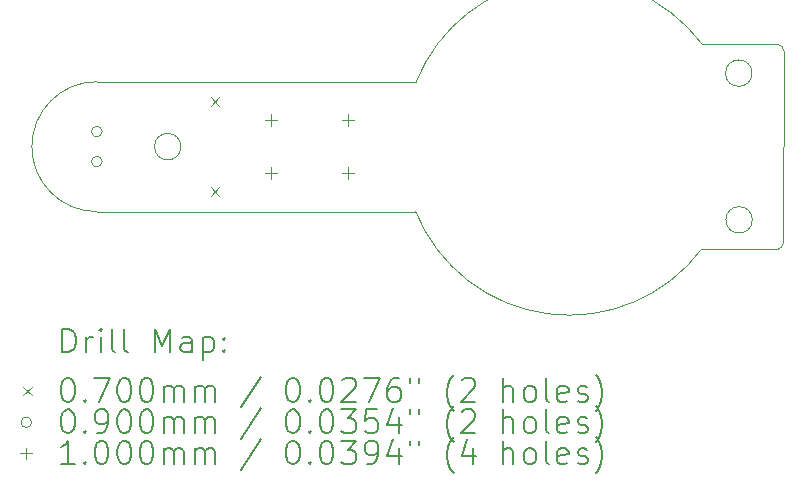
<source format=gbr>
%TF.GenerationSoftware,KiCad,Pcbnew,8.0.4*%
%TF.CreationDate,2025-01-27T11:44:49+05:30*%
%TF.ProjectId,Flash_light,466c6173-685f-46c6-9967-68742e6b6963,1*%
%TF.SameCoordinates,Original*%
%TF.FileFunction,Drillmap*%
%TF.FilePolarity,Positive*%
%FSLAX45Y45*%
G04 Gerber Fmt 4.5, Leading zero omitted, Abs format (unit mm)*
G04 Created by KiCad (PCBNEW 8.0.4) date 2025-01-27 11:44:49*
%MOMM*%
%LPD*%
G01*
G04 APERTURE LIST*
%ADD10C,0.050000*%
%ADD11C,0.200000*%
%ADD12C,0.100000*%
G04 APERTURE END LIST*
D10*
X16613187Y-17142337D02*
G75*
G02*
X16566000Y-17192000I-52188J2337D01*
G01*
X16558000Y-15459000D02*
G75*
G02*
X16620027Y-15518104I2000J-60000D01*
G01*
X15925606Y-15458796D02*
X16558000Y-15459000D01*
X13504000Y-15775000D02*
G75*
G02*
X15925606Y-15458796I1300000J-525000D01*
G01*
X10800000Y-15775000D02*
X13504000Y-15775000D01*
X16613187Y-17142337D02*
X16620027Y-15518104D01*
X15921606Y-17191204D02*
X16566000Y-17192000D01*
X15921606Y-17191204D02*
G75*
G02*
X13500000Y-16875000I-1121606J841204D01*
G01*
X10800000Y-16875000D02*
X13500000Y-16875000D01*
X10800000Y-16875000D02*
G75*
G02*
X10800000Y-15775000I0J550000D01*
G01*
X16346803Y-15703000D02*
G75*
G02*
X16123197Y-15703000I-111803J0D01*
G01*
X16123197Y-15703000D02*
G75*
G02*
X16346803Y-15703000I111803J0D01*
G01*
X16350000Y-16945000D02*
G75*
G02*
X16126393Y-16945000I-111803J0D01*
G01*
X16126393Y-16945000D02*
G75*
G02*
X16350000Y-16945000I111803J0D01*
G01*
X11511803Y-16325000D02*
G75*
G02*
X11288197Y-16325000I-111803J0D01*
G01*
X11288197Y-16325000D02*
G75*
G02*
X11511803Y-16325000I111803J0D01*
G01*
D11*
D12*
X11765000Y-15909000D02*
X11835000Y-15979000D01*
X11835000Y-15909000D02*
X11765000Y-15979000D01*
X11765000Y-16671000D02*
X11835000Y-16741000D01*
X11835000Y-16671000D02*
X11765000Y-16741000D01*
X10845000Y-16197500D02*
G75*
G02*
X10755000Y-16197500I-45000J0D01*
G01*
X10755000Y-16197500D02*
G75*
G02*
X10845000Y-16197500I45000J0D01*
G01*
X10845000Y-16451500D02*
G75*
G02*
X10755000Y-16451500I-45000J0D01*
G01*
X10755000Y-16451500D02*
G75*
G02*
X10845000Y-16451500I45000J0D01*
G01*
X12275000Y-16050000D02*
X12275000Y-16150000D01*
X12225000Y-16100000D02*
X12325000Y-16100000D01*
X12275000Y-16500000D02*
X12275000Y-16600000D01*
X12225000Y-16550000D02*
X12325000Y-16550000D01*
X12925000Y-16050000D02*
X12925000Y-16150000D01*
X12875000Y-16100000D02*
X12975000Y-16100000D01*
X12925000Y-16500000D02*
X12925000Y-16600000D01*
X12875000Y-16550000D02*
X12975000Y-16550000D01*
D11*
X10508277Y-18065991D02*
X10508277Y-17865991D01*
X10508277Y-17865991D02*
X10555896Y-17865991D01*
X10555896Y-17865991D02*
X10584467Y-17875515D01*
X10584467Y-17875515D02*
X10603515Y-17894563D01*
X10603515Y-17894563D02*
X10613039Y-17913610D01*
X10613039Y-17913610D02*
X10622563Y-17951705D01*
X10622563Y-17951705D02*
X10622563Y-17980277D01*
X10622563Y-17980277D02*
X10613039Y-18018372D01*
X10613039Y-18018372D02*
X10603515Y-18037420D01*
X10603515Y-18037420D02*
X10584467Y-18056467D01*
X10584467Y-18056467D02*
X10555896Y-18065991D01*
X10555896Y-18065991D02*
X10508277Y-18065991D01*
X10708277Y-18065991D02*
X10708277Y-17932658D01*
X10708277Y-17970753D02*
X10717801Y-17951705D01*
X10717801Y-17951705D02*
X10727324Y-17942182D01*
X10727324Y-17942182D02*
X10746372Y-17932658D01*
X10746372Y-17932658D02*
X10765420Y-17932658D01*
X10832086Y-18065991D02*
X10832086Y-17932658D01*
X10832086Y-17865991D02*
X10822563Y-17875515D01*
X10822563Y-17875515D02*
X10832086Y-17885039D01*
X10832086Y-17885039D02*
X10841610Y-17875515D01*
X10841610Y-17875515D02*
X10832086Y-17865991D01*
X10832086Y-17865991D02*
X10832086Y-17885039D01*
X10955896Y-18065991D02*
X10936848Y-18056467D01*
X10936848Y-18056467D02*
X10927324Y-18037420D01*
X10927324Y-18037420D02*
X10927324Y-17865991D01*
X11060658Y-18065991D02*
X11041610Y-18056467D01*
X11041610Y-18056467D02*
X11032086Y-18037420D01*
X11032086Y-18037420D02*
X11032086Y-17865991D01*
X11289229Y-18065991D02*
X11289229Y-17865991D01*
X11289229Y-17865991D02*
X11355896Y-18008848D01*
X11355896Y-18008848D02*
X11422562Y-17865991D01*
X11422562Y-17865991D02*
X11422562Y-18065991D01*
X11603515Y-18065991D02*
X11603515Y-17961229D01*
X11603515Y-17961229D02*
X11593991Y-17942182D01*
X11593991Y-17942182D02*
X11574943Y-17932658D01*
X11574943Y-17932658D02*
X11536848Y-17932658D01*
X11536848Y-17932658D02*
X11517801Y-17942182D01*
X11603515Y-18056467D02*
X11584467Y-18065991D01*
X11584467Y-18065991D02*
X11536848Y-18065991D01*
X11536848Y-18065991D02*
X11517801Y-18056467D01*
X11517801Y-18056467D02*
X11508277Y-18037420D01*
X11508277Y-18037420D02*
X11508277Y-18018372D01*
X11508277Y-18018372D02*
X11517801Y-17999325D01*
X11517801Y-17999325D02*
X11536848Y-17989801D01*
X11536848Y-17989801D02*
X11584467Y-17989801D01*
X11584467Y-17989801D02*
X11603515Y-17980277D01*
X11698753Y-17932658D02*
X11698753Y-18132658D01*
X11698753Y-17942182D02*
X11717801Y-17932658D01*
X11717801Y-17932658D02*
X11755896Y-17932658D01*
X11755896Y-17932658D02*
X11774943Y-17942182D01*
X11774943Y-17942182D02*
X11784467Y-17951705D01*
X11784467Y-17951705D02*
X11793991Y-17970753D01*
X11793991Y-17970753D02*
X11793991Y-18027896D01*
X11793991Y-18027896D02*
X11784467Y-18046944D01*
X11784467Y-18046944D02*
X11774943Y-18056467D01*
X11774943Y-18056467D02*
X11755896Y-18065991D01*
X11755896Y-18065991D02*
X11717801Y-18065991D01*
X11717801Y-18065991D02*
X11698753Y-18056467D01*
X11879705Y-18046944D02*
X11889229Y-18056467D01*
X11889229Y-18056467D02*
X11879705Y-18065991D01*
X11879705Y-18065991D02*
X11870182Y-18056467D01*
X11870182Y-18056467D02*
X11879705Y-18046944D01*
X11879705Y-18046944D02*
X11879705Y-18065991D01*
X11879705Y-17942182D02*
X11889229Y-17951705D01*
X11889229Y-17951705D02*
X11879705Y-17961229D01*
X11879705Y-17961229D02*
X11870182Y-17951705D01*
X11870182Y-17951705D02*
X11879705Y-17942182D01*
X11879705Y-17942182D02*
X11879705Y-17961229D01*
D12*
X10177500Y-18359507D02*
X10247500Y-18429507D01*
X10247500Y-18359507D02*
X10177500Y-18429507D01*
D11*
X10546372Y-18285991D02*
X10565420Y-18285991D01*
X10565420Y-18285991D02*
X10584467Y-18295515D01*
X10584467Y-18295515D02*
X10593991Y-18305039D01*
X10593991Y-18305039D02*
X10603515Y-18324086D01*
X10603515Y-18324086D02*
X10613039Y-18362182D01*
X10613039Y-18362182D02*
X10613039Y-18409801D01*
X10613039Y-18409801D02*
X10603515Y-18447896D01*
X10603515Y-18447896D02*
X10593991Y-18466944D01*
X10593991Y-18466944D02*
X10584467Y-18476467D01*
X10584467Y-18476467D02*
X10565420Y-18485991D01*
X10565420Y-18485991D02*
X10546372Y-18485991D01*
X10546372Y-18485991D02*
X10527324Y-18476467D01*
X10527324Y-18476467D02*
X10517801Y-18466944D01*
X10517801Y-18466944D02*
X10508277Y-18447896D01*
X10508277Y-18447896D02*
X10498753Y-18409801D01*
X10498753Y-18409801D02*
X10498753Y-18362182D01*
X10498753Y-18362182D02*
X10508277Y-18324086D01*
X10508277Y-18324086D02*
X10517801Y-18305039D01*
X10517801Y-18305039D02*
X10527324Y-18295515D01*
X10527324Y-18295515D02*
X10546372Y-18285991D01*
X10698753Y-18466944D02*
X10708277Y-18476467D01*
X10708277Y-18476467D02*
X10698753Y-18485991D01*
X10698753Y-18485991D02*
X10689229Y-18476467D01*
X10689229Y-18476467D02*
X10698753Y-18466944D01*
X10698753Y-18466944D02*
X10698753Y-18485991D01*
X10774944Y-18285991D02*
X10908277Y-18285991D01*
X10908277Y-18285991D02*
X10822563Y-18485991D01*
X11022563Y-18285991D02*
X11041610Y-18285991D01*
X11041610Y-18285991D02*
X11060658Y-18295515D01*
X11060658Y-18295515D02*
X11070182Y-18305039D01*
X11070182Y-18305039D02*
X11079705Y-18324086D01*
X11079705Y-18324086D02*
X11089229Y-18362182D01*
X11089229Y-18362182D02*
X11089229Y-18409801D01*
X11089229Y-18409801D02*
X11079705Y-18447896D01*
X11079705Y-18447896D02*
X11070182Y-18466944D01*
X11070182Y-18466944D02*
X11060658Y-18476467D01*
X11060658Y-18476467D02*
X11041610Y-18485991D01*
X11041610Y-18485991D02*
X11022563Y-18485991D01*
X11022563Y-18485991D02*
X11003515Y-18476467D01*
X11003515Y-18476467D02*
X10993991Y-18466944D01*
X10993991Y-18466944D02*
X10984467Y-18447896D01*
X10984467Y-18447896D02*
X10974944Y-18409801D01*
X10974944Y-18409801D02*
X10974944Y-18362182D01*
X10974944Y-18362182D02*
X10984467Y-18324086D01*
X10984467Y-18324086D02*
X10993991Y-18305039D01*
X10993991Y-18305039D02*
X11003515Y-18295515D01*
X11003515Y-18295515D02*
X11022563Y-18285991D01*
X11213039Y-18285991D02*
X11232086Y-18285991D01*
X11232086Y-18285991D02*
X11251134Y-18295515D01*
X11251134Y-18295515D02*
X11260658Y-18305039D01*
X11260658Y-18305039D02*
X11270182Y-18324086D01*
X11270182Y-18324086D02*
X11279705Y-18362182D01*
X11279705Y-18362182D02*
X11279705Y-18409801D01*
X11279705Y-18409801D02*
X11270182Y-18447896D01*
X11270182Y-18447896D02*
X11260658Y-18466944D01*
X11260658Y-18466944D02*
X11251134Y-18476467D01*
X11251134Y-18476467D02*
X11232086Y-18485991D01*
X11232086Y-18485991D02*
X11213039Y-18485991D01*
X11213039Y-18485991D02*
X11193991Y-18476467D01*
X11193991Y-18476467D02*
X11184467Y-18466944D01*
X11184467Y-18466944D02*
X11174944Y-18447896D01*
X11174944Y-18447896D02*
X11165420Y-18409801D01*
X11165420Y-18409801D02*
X11165420Y-18362182D01*
X11165420Y-18362182D02*
X11174944Y-18324086D01*
X11174944Y-18324086D02*
X11184467Y-18305039D01*
X11184467Y-18305039D02*
X11193991Y-18295515D01*
X11193991Y-18295515D02*
X11213039Y-18285991D01*
X11365420Y-18485991D02*
X11365420Y-18352658D01*
X11365420Y-18371705D02*
X11374943Y-18362182D01*
X11374943Y-18362182D02*
X11393991Y-18352658D01*
X11393991Y-18352658D02*
X11422563Y-18352658D01*
X11422563Y-18352658D02*
X11441610Y-18362182D01*
X11441610Y-18362182D02*
X11451134Y-18381229D01*
X11451134Y-18381229D02*
X11451134Y-18485991D01*
X11451134Y-18381229D02*
X11460658Y-18362182D01*
X11460658Y-18362182D02*
X11479705Y-18352658D01*
X11479705Y-18352658D02*
X11508277Y-18352658D01*
X11508277Y-18352658D02*
X11527324Y-18362182D01*
X11527324Y-18362182D02*
X11536848Y-18381229D01*
X11536848Y-18381229D02*
X11536848Y-18485991D01*
X11632086Y-18485991D02*
X11632086Y-18352658D01*
X11632086Y-18371705D02*
X11641610Y-18362182D01*
X11641610Y-18362182D02*
X11660658Y-18352658D01*
X11660658Y-18352658D02*
X11689229Y-18352658D01*
X11689229Y-18352658D02*
X11708277Y-18362182D01*
X11708277Y-18362182D02*
X11717801Y-18381229D01*
X11717801Y-18381229D02*
X11717801Y-18485991D01*
X11717801Y-18381229D02*
X11727324Y-18362182D01*
X11727324Y-18362182D02*
X11746372Y-18352658D01*
X11746372Y-18352658D02*
X11774943Y-18352658D01*
X11774943Y-18352658D02*
X11793991Y-18362182D01*
X11793991Y-18362182D02*
X11803515Y-18381229D01*
X11803515Y-18381229D02*
X11803515Y-18485991D01*
X12193991Y-18276467D02*
X12022563Y-18533610D01*
X12451134Y-18285991D02*
X12470182Y-18285991D01*
X12470182Y-18285991D02*
X12489229Y-18295515D01*
X12489229Y-18295515D02*
X12498753Y-18305039D01*
X12498753Y-18305039D02*
X12508277Y-18324086D01*
X12508277Y-18324086D02*
X12517801Y-18362182D01*
X12517801Y-18362182D02*
X12517801Y-18409801D01*
X12517801Y-18409801D02*
X12508277Y-18447896D01*
X12508277Y-18447896D02*
X12498753Y-18466944D01*
X12498753Y-18466944D02*
X12489229Y-18476467D01*
X12489229Y-18476467D02*
X12470182Y-18485991D01*
X12470182Y-18485991D02*
X12451134Y-18485991D01*
X12451134Y-18485991D02*
X12432086Y-18476467D01*
X12432086Y-18476467D02*
X12422563Y-18466944D01*
X12422563Y-18466944D02*
X12413039Y-18447896D01*
X12413039Y-18447896D02*
X12403515Y-18409801D01*
X12403515Y-18409801D02*
X12403515Y-18362182D01*
X12403515Y-18362182D02*
X12413039Y-18324086D01*
X12413039Y-18324086D02*
X12422563Y-18305039D01*
X12422563Y-18305039D02*
X12432086Y-18295515D01*
X12432086Y-18295515D02*
X12451134Y-18285991D01*
X12603515Y-18466944D02*
X12613039Y-18476467D01*
X12613039Y-18476467D02*
X12603515Y-18485991D01*
X12603515Y-18485991D02*
X12593991Y-18476467D01*
X12593991Y-18476467D02*
X12603515Y-18466944D01*
X12603515Y-18466944D02*
X12603515Y-18485991D01*
X12736848Y-18285991D02*
X12755896Y-18285991D01*
X12755896Y-18285991D02*
X12774944Y-18295515D01*
X12774944Y-18295515D02*
X12784467Y-18305039D01*
X12784467Y-18305039D02*
X12793991Y-18324086D01*
X12793991Y-18324086D02*
X12803515Y-18362182D01*
X12803515Y-18362182D02*
X12803515Y-18409801D01*
X12803515Y-18409801D02*
X12793991Y-18447896D01*
X12793991Y-18447896D02*
X12784467Y-18466944D01*
X12784467Y-18466944D02*
X12774944Y-18476467D01*
X12774944Y-18476467D02*
X12755896Y-18485991D01*
X12755896Y-18485991D02*
X12736848Y-18485991D01*
X12736848Y-18485991D02*
X12717801Y-18476467D01*
X12717801Y-18476467D02*
X12708277Y-18466944D01*
X12708277Y-18466944D02*
X12698753Y-18447896D01*
X12698753Y-18447896D02*
X12689229Y-18409801D01*
X12689229Y-18409801D02*
X12689229Y-18362182D01*
X12689229Y-18362182D02*
X12698753Y-18324086D01*
X12698753Y-18324086D02*
X12708277Y-18305039D01*
X12708277Y-18305039D02*
X12717801Y-18295515D01*
X12717801Y-18295515D02*
X12736848Y-18285991D01*
X12879706Y-18305039D02*
X12889229Y-18295515D01*
X12889229Y-18295515D02*
X12908277Y-18285991D01*
X12908277Y-18285991D02*
X12955896Y-18285991D01*
X12955896Y-18285991D02*
X12974944Y-18295515D01*
X12974944Y-18295515D02*
X12984467Y-18305039D01*
X12984467Y-18305039D02*
X12993991Y-18324086D01*
X12993991Y-18324086D02*
X12993991Y-18343134D01*
X12993991Y-18343134D02*
X12984467Y-18371705D01*
X12984467Y-18371705D02*
X12870182Y-18485991D01*
X12870182Y-18485991D02*
X12993991Y-18485991D01*
X13060658Y-18285991D02*
X13193991Y-18285991D01*
X13193991Y-18285991D02*
X13108277Y-18485991D01*
X13355896Y-18285991D02*
X13317801Y-18285991D01*
X13317801Y-18285991D02*
X13298753Y-18295515D01*
X13298753Y-18295515D02*
X13289229Y-18305039D01*
X13289229Y-18305039D02*
X13270182Y-18333610D01*
X13270182Y-18333610D02*
X13260658Y-18371705D01*
X13260658Y-18371705D02*
X13260658Y-18447896D01*
X13260658Y-18447896D02*
X13270182Y-18466944D01*
X13270182Y-18466944D02*
X13279706Y-18476467D01*
X13279706Y-18476467D02*
X13298753Y-18485991D01*
X13298753Y-18485991D02*
X13336848Y-18485991D01*
X13336848Y-18485991D02*
X13355896Y-18476467D01*
X13355896Y-18476467D02*
X13365420Y-18466944D01*
X13365420Y-18466944D02*
X13374944Y-18447896D01*
X13374944Y-18447896D02*
X13374944Y-18400277D01*
X13374944Y-18400277D02*
X13365420Y-18381229D01*
X13365420Y-18381229D02*
X13355896Y-18371705D01*
X13355896Y-18371705D02*
X13336848Y-18362182D01*
X13336848Y-18362182D02*
X13298753Y-18362182D01*
X13298753Y-18362182D02*
X13279706Y-18371705D01*
X13279706Y-18371705D02*
X13270182Y-18381229D01*
X13270182Y-18381229D02*
X13260658Y-18400277D01*
X13451134Y-18285991D02*
X13451134Y-18324086D01*
X13527325Y-18285991D02*
X13527325Y-18324086D01*
X13822563Y-18562182D02*
X13813039Y-18552658D01*
X13813039Y-18552658D02*
X13793991Y-18524086D01*
X13793991Y-18524086D02*
X13784468Y-18505039D01*
X13784468Y-18505039D02*
X13774944Y-18476467D01*
X13774944Y-18476467D02*
X13765420Y-18428848D01*
X13765420Y-18428848D02*
X13765420Y-18390753D01*
X13765420Y-18390753D02*
X13774944Y-18343134D01*
X13774944Y-18343134D02*
X13784468Y-18314563D01*
X13784468Y-18314563D02*
X13793991Y-18295515D01*
X13793991Y-18295515D02*
X13813039Y-18266944D01*
X13813039Y-18266944D02*
X13822563Y-18257420D01*
X13889229Y-18305039D02*
X13898753Y-18295515D01*
X13898753Y-18295515D02*
X13917801Y-18285991D01*
X13917801Y-18285991D02*
X13965420Y-18285991D01*
X13965420Y-18285991D02*
X13984468Y-18295515D01*
X13984468Y-18295515D02*
X13993991Y-18305039D01*
X13993991Y-18305039D02*
X14003515Y-18324086D01*
X14003515Y-18324086D02*
X14003515Y-18343134D01*
X14003515Y-18343134D02*
X13993991Y-18371705D01*
X13993991Y-18371705D02*
X13879706Y-18485991D01*
X13879706Y-18485991D02*
X14003515Y-18485991D01*
X14241610Y-18485991D02*
X14241610Y-18285991D01*
X14327325Y-18485991D02*
X14327325Y-18381229D01*
X14327325Y-18381229D02*
X14317801Y-18362182D01*
X14317801Y-18362182D02*
X14298753Y-18352658D01*
X14298753Y-18352658D02*
X14270182Y-18352658D01*
X14270182Y-18352658D02*
X14251134Y-18362182D01*
X14251134Y-18362182D02*
X14241610Y-18371705D01*
X14451134Y-18485991D02*
X14432087Y-18476467D01*
X14432087Y-18476467D02*
X14422563Y-18466944D01*
X14422563Y-18466944D02*
X14413039Y-18447896D01*
X14413039Y-18447896D02*
X14413039Y-18390753D01*
X14413039Y-18390753D02*
X14422563Y-18371705D01*
X14422563Y-18371705D02*
X14432087Y-18362182D01*
X14432087Y-18362182D02*
X14451134Y-18352658D01*
X14451134Y-18352658D02*
X14479706Y-18352658D01*
X14479706Y-18352658D02*
X14498753Y-18362182D01*
X14498753Y-18362182D02*
X14508277Y-18371705D01*
X14508277Y-18371705D02*
X14517801Y-18390753D01*
X14517801Y-18390753D02*
X14517801Y-18447896D01*
X14517801Y-18447896D02*
X14508277Y-18466944D01*
X14508277Y-18466944D02*
X14498753Y-18476467D01*
X14498753Y-18476467D02*
X14479706Y-18485991D01*
X14479706Y-18485991D02*
X14451134Y-18485991D01*
X14632087Y-18485991D02*
X14613039Y-18476467D01*
X14613039Y-18476467D02*
X14603515Y-18457420D01*
X14603515Y-18457420D02*
X14603515Y-18285991D01*
X14784468Y-18476467D02*
X14765420Y-18485991D01*
X14765420Y-18485991D02*
X14727325Y-18485991D01*
X14727325Y-18485991D02*
X14708277Y-18476467D01*
X14708277Y-18476467D02*
X14698753Y-18457420D01*
X14698753Y-18457420D02*
X14698753Y-18381229D01*
X14698753Y-18381229D02*
X14708277Y-18362182D01*
X14708277Y-18362182D02*
X14727325Y-18352658D01*
X14727325Y-18352658D02*
X14765420Y-18352658D01*
X14765420Y-18352658D02*
X14784468Y-18362182D01*
X14784468Y-18362182D02*
X14793991Y-18381229D01*
X14793991Y-18381229D02*
X14793991Y-18400277D01*
X14793991Y-18400277D02*
X14698753Y-18419325D01*
X14870182Y-18476467D02*
X14889230Y-18485991D01*
X14889230Y-18485991D02*
X14927325Y-18485991D01*
X14927325Y-18485991D02*
X14946372Y-18476467D01*
X14946372Y-18476467D02*
X14955896Y-18457420D01*
X14955896Y-18457420D02*
X14955896Y-18447896D01*
X14955896Y-18447896D02*
X14946372Y-18428848D01*
X14946372Y-18428848D02*
X14927325Y-18419325D01*
X14927325Y-18419325D02*
X14898753Y-18419325D01*
X14898753Y-18419325D02*
X14879706Y-18409801D01*
X14879706Y-18409801D02*
X14870182Y-18390753D01*
X14870182Y-18390753D02*
X14870182Y-18381229D01*
X14870182Y-18381229D02*
X14879706Y-18362182D01*
X14879706Y-18362182D02*
X14898753Y-18352658D01*
X14898753Y-18352658D02*
X14927325Y-18352658D01*
X14927325Y-18352658D02*
X14946372Y-18362182D01*
X15022563Y-18562182D02*
X15032087Y-18552658D01*
X15032087Y-18552658D02*
X15051134Y-18524086D01*
X15051134Y-18524086D02*
X15060658Y-18505039D01*
X15060658Y-18505039D02*
X15070182Y-18476467D01*
X15070182Y-18476467D02*
X15079706Y-18428848D01*
X15079706Y-18428848D02*
X15079706Y-18390753D01*
X15079706Y-18390753D02*
X15070182Y-18343134D01*
X15070182Y-18343134D02*
X15060658Y-18314563D01*
X15060658Y-18314563D02*
X15051134Y-18295515D01*
X15051134Y-18295515D02*
X15032087Y-18266944D01*
X15032087Y-18266944D02*
X15022563Y-18257420D01*
D12*
X10247500Y-18658507D02*
G75*
G02*
X10157500Y-18658507I-45000J0D01*
G01*
X10157500Y-18658507D02*
G75*
G02*
X10247500Y-18658507I45000J0D01*
G01*
D11*
X10546372Y-18549991D02*
X10565420Y-18549991D01*
X10565420Y-18549991D02*
X10584467Y-18559515D01*
X10584467Y-18559515D02*
X10593991Y-18569039D01*
X10593991Y-18569039D02*
X10603515Y-18588086D01*
X10603515Y-18588086D02*
X10613039Y-18626182D01*
X10613039Y-18626182D02*
X10613039Y-18673801D01*
X10613039Y-18673801D02*
X10603515Y-18711896D01*
X10603515Y-18711896D02*
X10593991Y-18730944D01*
X10593991Y-18730944D02*
X10584467Y-18740467D01*
X10584467Y-18740467D02*
X10565420Y-18749991D01*
X10565420Y-18749991D02*
X10546372Y-18749991D01*
X10546372Y-18749991D02*
X10527324Y-18740467D01*
X10527324Y-18740467D02*
X10517801Y-18730944D01*
X10517801Y-18730944D02*
X10508277Y-18711896D01*
X10508277Y-18711896D02*
X10498753Y-18673801D01*
X10498753Y-18673801D02*
X10498753Y-18626182D01*
X10498753Y-18626182D02*
X10508277Y-18588086D01*
X10508277Y-18588086D02*
X10517801Y-18569039D01*
X10517801Y-18569039D02*
X10527324Y-18559515D01*
X10527324Y-18559515D02*
X10546372Y-18549991D01*
X10698753Y-18730944D02*
X10708277Y-18740467D01*
X10708277Y-18740467D02*
X10698753Y-18749991D01*
X10698753Y-18749991D02*
X10689229Y-18740467D01*
X10689229Y-18740467D02*
X10698753Y-18730944D01*
X10698753Y-18730944D02*
X10698753Y-18749991D01*
X10803515Y-18749991D02*
X10841610Y-18749991D01*
X10841610Y-18749991D02*
X10860658Y-18740467D01*
X10860658Y-18740467D02*
X10870182Y-18730944D01*
X10870182Y-18730944D02*
X10889229Y-18702372D01*
X10889229Y-18702372D02*
X10898753Y-18664277D01*
X10898753Y-18664277D02*
X10898753Y-18588086D01*
X10898753Y-18588086D02*
X10889229Y-18569039D01*
X10889229Y-18569039D02*
X10879705Y-18559515D01*
X10879705Y-18559515D02*
X10860658Y-18549991D01*
X10860658Y-18549991D02*
X10822563Y-18549991D01*
X10822563Y-18549991D02*
X10803515Y-18559515D01*
X10803515Y-18559515D02*
X10793991Y-18569039D01*
X10793991Y-18569039D02*
X10784467Y-18588086D01*
X10784467Y-18588086D02*
X10784467Y-18635705D01*
X10784467Y-18635705D02*
X10793991Y-18654753D01*
X10793991Y-18654753D02*
X10803515Y-18664277D01*
X10803515Y-18664277D02*
X10822563Y-18673801D01*
X10822563Y-18673801D02*
X10860658Y-18673801D01*
X10860658Y-18673801D02*
X10879705Y-18664277D01*
X10879705Y-18664277D02*
X10889229Y-18654753D01*
X10889229Y-18654753D02*
X10898753Y-18635705D01*
X11022563Y-18549991D02*
X11041610Y-18549991D01*
X11041610Y-18549991D02*
X11060658Y-18559515D01*
X11060658Y-18559515D02*
X11070182Y-18569039D01*
X11070182Y-18569039D02*
X11079705Y-18588086D01*
X11079705Y-18588086D02*
X11089229Y-18626182D01*
X11089229Y-18626182D02*
X11089229Y-18673801D01*
X11089229Y-18673801D02*
X11079705Y-18711896D01*
X11079705Y-18711896D02*
X11070182Y-18730944D01*
X11070182Y-18730944D02*
X11060658Y-18740467D01*
X11060658Y-18740467D02*
X11041610Y-18749991D01*
X11041610Y-18749991D02*
X11022563Y-18749991D01*
X11022563Y-18749991D02*
X11003515Y-18740467D01*
X11003515Y-18740467D02*
X10993991Y-18730944D01*
X10993991Y-18730944D02*
X10984467Y-18711896D01*
X10984467Y-18711896D02*
X10974944Y-18673801D01*
X10974944Y-18673801D02*
X10974944Y-18626182D01*
X10974944Y-18626182D02*
X10984467Y-18588086D01*
X10984467Y-18588086D02*
X10993991Y-18569039D01*
X10993991Y-18569039D02*
X11003515Y-18559515D01*
X11003515Y-18559515D02*
X11022563Y-18549991D01*
X11213039Y-18549991D02*
X11232086Y-18549991D01*
X11232086Y-18549991D02*
X11251134Y-18559515D01*
X11251134Y-18559515D02*
X11260658Y-18569039D01*
X11260658Y-18569039D02*
X11270182Y-18588086D01*
X11270182Y-18588086D02*
X11279705Y-18626182D01*
X11279705Y-18626182D02*
X11279705Y-18673801D01*
X11279705Y-18673801D02*
X11270182Y-18711896D01*
X11270182Y-18711896D02*
X11260658Y-18730944D01*
X11260658Y-18730944D02*
X11251134Y-18740467D01*
X11251134Y-18740467D02*
X11232086Y-18749991D01*
X11232086Y-18749991D02*
X11213039Y-18749991D01*
X11213039Y-18749991D02*
X11193991Y-18740467D01*
X11193991Y-18740467D02*
X11184467Y-18730944D01*
X11184467Y-18730944D02*
X11174944Y-18711896D01*
X11174944Y-18711896D02*
X11165420Y-18673801D01*
X11165420Y-18673801D02*
X11165420Y-18626182D01*
X11165420Y-18626182D02*
X11174944Y-18588086D01*
X11174944Y-18588086D02*
X11184467Y-18569039D01*
X11184467Y-18569039D02*
X11193991Y-18559515D01*
X11193991Y-18559515D02*
X11213039Y-18549991D01*
X11365420Y-18749991D02*
X11365420Y-18616658D01*
X11365420Y-18635705D02*
X11374943Y-18626182D01*
X11374943Y-18626182D02*
X11393991Y-18616658D01*
X11393991Y-18616658D02*
X11422563Y-18616658D01*
X11422563Y-18616658D02*
X11441610Y-18626182D01*
X11441610Y-18626182D02*
X11451134Y-18645229D01*
X11451134Y-18645229D02*
X11451134Y-18749991D01*
X11451134Y-18645229D02*
X11460658Y-18626182D01*
X11460658Y-18626182D02*
X11479705Y-18616658D01*
X11479705Y-18616658D02*
X11508277Y-18616658D01*
X11508277Y-18616658D02*
X11527324Y-18626182D01*
X11527324Y-18626182D02*
X11536848Y-18645229D01*
X11536848Y-18645229D02*
X11536848Y-18749991D01*
X11632086Y-18749991D02*
X11632086Y-18616658D01*
X11632086Y-18635705D02*
X11641610Y-18626182D01*
X11641610Y-18626182D02*
X11660658Y-18616658D01*
X11660658Y-18616658D02*
X11689229Y-18616658D01*
X11689229Y-18616658D02*
X11708277Y-18626182D01*
X11708277Y-18626182D02*
X11717801Y-18645229D01*
X11717801Y-18645229D02*
X11717801Y-18749991D01*
X11717801Y-18645229D02*
X11727324Y-18626182D01*
X11727324Y-18626182D02*
X11746372Y-18616658D01*
X11746372Y-18616658D02*
X11774943Y-18616658D01*
X11774943Y-18616658D02*
X11793991Y-18626182D01*
X11793991Y-18626182D02*
X11803515Y-18645229D01*
X11803515Y-18645229D02*
X11803515Y-18749991D01*
X12193991Y-18540467D02*
X12022563Y-18797610D01*
X12451134Y-18549991D02*
X12470182Y-18549991D01*
X12470182Y-18549991D02*
X12489229Y-18559515D01*
X12489229Y-18559515D02*
X12498753Y-18569039D01*
X12498753Y-18569039D02*
X12508277Y-18588086D01*
X12508277Y-18588086D02*
X12517801Y-18626182D01*
X12517801Y-18626182D02*
X12517801Y-18673801D01*
X12517801Y-18673801D02*
X12508277Y-18711896D01*
X12508277Y-18711896D02*
X12498753Y-18730944D01*
X12498753Y-18730944D02*
X12489229Y-18740467D01*
X12489229Y-18740467D02*
X12470182Y-18749991D01*
X12470182Y-18749991D02*
X12451134Y-18749991D01*
X12451134Y-18749991D02*
X12432086Y-18740467D01*
X12432086Y-18740467D02*
X12422563Y-18730944D01*
X12422563Y-18730944D02*
X12413039Y-18711896D01*
X12413039Y-18711896D02*
X12403515Y-18673801D01*
X12403515Y-18673801D02*
X12403515Y-18626182D01*
X12403515Y-18626182D02*
X12413039Y-18588086D01*
X12413039Y-18588086D02*
X12422563Y-18569039D01*
X12422563Y-18569039D02*
X12432086Y-18559515D01*
X12432086Y-18559515D02*
X12451134Y-18549991D01*
X12603515Y-18730944D02*
X12613039Y-18740467D01*
X12613039Y-18740467D02*
X12603515Y-18749991D01*
X12603515Y-18749991D02*
X12593991Y-18740467D01*
X12593991Y-18740467D02*
X12603515Y-18730944D01*
X12603515Y-18730944D02*
X12603515Y-18749991D01*
X12736848Y-18549991D02*
X12755896Y-18549991D01*
X12755896Y-18549991D02*
X12774944Y-18559515D01*
X12774944Y-18559515D02*
X12784467Y-18569039D01*
X12784467Y-18569039D02*
X12793991Y-18588086D01*
X12793991Y-18588086D02*
X12803515Y-18626182D01*
X12803515Y-18626182D02*
X12803515Y-18673801D01*
X12803515Y-18673801D02*
X12793991Y-18711896D01*
X12793991Y-18711896D02*
X12784467Y-18730944D01*
X12784467Y-18730944D02*
X12774944Y-18740467D01*
X12774944Y-18740467D02*
X12755896Y-18749991D01*
X12755896Y-18749991D02*
X12736848Y-18749991D01*
X12736848Y-18749991D02*
X12717801Y-18740467D01*
X12717801Y-18740467D02*
X12708277Y-18730944D01*
X12708277Y-18730944D02*
X12698753Y-18711896D01*
X12698753Y-18711896D02*
X12689229Y-18673801D01*
X12689229Y-18673801D02*
X12689229Y-18626182D01*
X12689229Y-18626182D02*
X12698753Y-18588086D01*
X12698753Y-18588086D02*
X12708277Y-18569039D01*
X12708277Y-18569039D02*
X12717801Y-18559515D01*
X12717801Y-18559515D02*
X12736848Y-18549991D01*
X12870182Y-18549991D02*
X12993991Y-18549991D01*
X12993991Y-18549991D02*
X12927325Y-18626182D01*
X12927325Y-18626182D02*
X12955896Y-18626182D01*
X12955896Y-18626182D02*
X12974944Y-18635705D01*
X12974944Y-18635705D02*
X12984467Y-18645229D01*
X12984467Y-18645229D02*
X12993991Y-18664277D01*
X12993991Y-18664277D02*
X12993991Y-18711896D01*
X12993991Y-18711896D02*
X12984467Y-18730944D01*
X12984467Y-18730944D02*
X12974944Y-18740467D01*
X12974944Y-18740467D02*
X12955896Y-18749991D01*
X12955896Y-18749991D02*
X12898753Y-18749991D01*
X12898753Y-18749991D02*
X12879706Y-18740467D01*
X12879706Y-18740467D02*
X12870182Y-18730944D01*
X13174944Y-18549991D02*
X13079706Y-18549991D01*
X13079706Y-18549991D02*
X13070182Y-18645229D01*
X13070182Y-18645229D02*
X13079706Y-18635705D01*
X13079706Y-18635705D02*
X13098753Y-18626182D01*
X13098753Y-18626182D02*
X13146372Y-18626182D01*
X13146372Y-18626182D02*
X13165420Y-18635705D01*
X13165420Y-18635705D02*
X13174944Y-18645229D01*
X13174944Y-18645229D02*
X13184467Y-18664277D01*
X13184467Y-18664277D02*
X13184467Y-18711896D01*
X13184467Y-18711896D02*
X13174944Y-18730944D01*
X13174944Y-18730944D02*
X13165420Y-18740467D01*
X13165420Y-18740467D02*
X13146372Y-18749991D01*
X13146372Y-18749991D02*
X13098753Y-18749991D01*
X13098753Y-18749991D02*
X13079706Y-18740467D01*
X13079706Y-18740467D02*
X13070182Y-18730944D01*
X13355896Y-18616658D02*
X13355896Y-18749991D01*
X13308277Y-18540467D02*
X13260658Y-18683325D01*
X13260658Y-18683325D02*
X13384467Y-18683325D01*
X13451134Y-18549991D02*
X13451134Y-18588086D01*
X13527325Y-18549991D02*
X13527325Y-18588086D01*
X13822563Y-18826182D02*
X13813039Y-18816658D01*
X13813039Y-18816658D02*
X13793991Y-18788086D01*
X13793991Y-18788086D02*
X13784468Y-18769039D01*
X13784468Y-18769039D02*
X13774944Y-18740467D01*
X13774944Y-18740467D02*
X13765420Y-18692848D01*
X13765420Y-18692848D02*
X13765420Y-18654753D01*
X13765420Y-18654753D02*
X13774944Y-18607134D01*
X13774944Y-18607134D02*
X13784468Y-18578563D01*
X13784468Y-18578563D02*
X13793991Y-18559515D01*
X13793991Y-18559515D02*
X13813039Y-18530944D01*
X13813039Y-18530944D02*
X13822563Y-18521420D01*
X13889229Y-18569039D02*
X13898753Y-18559515D01*
X13898753Y-18559515D02*
X13917801Y-18549991D01*
X13917801Y-18549991D02*
X13965420Y-18549991D01*
X13965420Y-18549991D02*
X13984468Y-18559515D01*
X13984468Y-18559515D02*
X13993991Y-18569039D01*
X13993991Y-18569039D02*
X14003515Y-18588086D01*
X14003515Y-18588086D02*
X14003515Y-18607134D01*
X14003515Y-18607134D02*
X13993991Y-18635705D01*
X13993991Y-18635705D02*
X13879706Y-18749991D01*
X13879706Y-18749991D02*
X14003515Y-18749991D01*
X14241610Y-18749991D02*
X14241610Y-18549991D01*
X14327325Y-18749991D02*
X14327325Y-18645229D01*
X14327325Y-18645229D02*
X14317801Y-18626182D01*
X14317801Y-18626182D02*
X14298753Y-18616658D01*
X14298753Y-18616658D02*
X14270182Y-18616658D01*
X14270182Y-18616658D02*
X14251134Y-18626182D01*
X14251134Y-18626182D02*
X14241610Y-18635705D01*
X14451134Y-18749991D02*
X14432087Y-18740467D01*
X14432087Y-18740467D02*
X14422563Y-18730944D01*
X14422563Y-18730944D02*
X14413039Y-18711896D01*
X14413039Y-18711896D02*
X14413039Y-18654753D01*
X14413039Y-18654753D02*
X14422563Y-18635705D01*
X14422563Y-18635705D02*
X14432087Y-18626182D01*
X14432087Y-18626182D02*
X14451134Y-18616658D01*
X14451134Y-18616658D02*
X14479706Y-18616658D01*
X14479706Y-18616658D02*
X14498753Y-18626182D01*
X14498753Y-18626182D02*
X14508277Y-18635705D01*
X14508277Y-18635705D02*
X14517801Y-18654753D01*
X14517801Y-18654753D02*
X14517801Y-18711896D01*
X14517801Y-18711896D02*
X14508277Y-18730944D01*
X14508277Y-18730944D02*
X14498753Y-18740467D01*
X14498753Y-18740467D02*
X14479706Y-18749991D01*
X14479706Y-18749991D02*
X14451134Y-18749991D01*
X14632087Y-18749991D02*
X14613039Y-18740467D01*
X14613039Y-18740467D02*
X14603515Y-18721420D01*
X14603515Y-18721420D02*
X14603515Y-18549991D01*
X14784468Y-18740467D02*
X14765420Y-18749991D01*
X14765420Y-18749991D02*
X14727325Y-18749991D01*
X14727325Y-18749991D02*
X14708277Y-18740467D01*
X14708277Y-18740467D02*
X14698753Y-18721420D01*
X14698753Y-18721420D02*
X14698753Y-18645229D01*
X14698753Y-18645229D02*
X14708277Y-18626182D01*
X14708277Y-18626182D02*
X14727325Y-18616658D01*
X14727325Y-18616658D02*
X14765420Y-18616658D01*
X14765420Y-18616658D02*
X14784468Y-18626182D01*
X14784468Y-18626182D02*
X14793991Y-18645229D01*
X14793991Y-18645229D02*
X14793991Y-18664277D01*
X14793991Y-18664277D02*
X14698753Y-18683325D01*
X14870182Y-18740467D02*
X14889230Y-18749991D01*
X14889230Y-18749991D02*
X14927325Y-18749991D01*
X14927325Y-18749991D02*
X14946372Y-18740467D01*
X14946372Y-18740467D02*
X14955896Y-18721420D01*
X14955896Y-18721420D02*
X14955896Y-18711896D01*
X14955896Y-18711896D02*
X14946372Y-18692848D01*
X14946372Y-18692848D02*
X14927325Y-18683325D01*
X14927325Y-18683325D02*
X14898753Y-18683325D01*
X14898753Y-18683325D02*
X14879706Y-18673801D01*
X14879706Y-18673801D02*
X14870182Y-18654753D01*
X14870182Y-18654753D02*
X14870182Y-18645229D01*
X14870182Y-18645229D02*
X14879706Y-18626182D01*
X14879706Y-18626182D02*
X14898753Y-18616658D01*
X14898753Y-18616658D02*
X14927325Y-18616658D01*
X14927325Y-18616658D02*
X14946372Y-18626182D01*
X15022563Y-18826182D02*
X15032087Y-18816658D01*
X15032087Y-18816658D02*
X15051134Y-18788086D01*
X15051134Y-18788086D02*
X15060658Y-18769039D01*
X15060658Y-18769039D02*
X15070182Y-18740467D01*
X15070182Y-18740467D02*
X15079706Y-18692848D01*
X15079706Y-18692848D02*
X15079706Y-18654753D01*
X15079706Y-18654753D02*
X15070182Y-18607134D01*
X15070182Y-18607134D02*
X15060658Y-18578563D01*
X15060658Y-18578563D02*
X15051134Y-18559515D01*
X15051134Y-18559515D02*
X15032087Y-18530944D01*
X15032087Y-18530944D02*
X15022563Y-18521420D01*
D12*
X10197500Y-18872507D02*
X10197500Y-18972507D01*
X10147500Y-18922507D02*
X10247500Y-18922507D01*
D11*
X10613039Y-19013991D02*
X10498753Y-19013991D01*
X10555896Y-19013991D02*
X10555896Y-18813991D01*
X10555896Y-18813991D02*
X10536848Y-18842563D01*
X10536848Y-18842563D02*
X10517801Y-18861610D01*
X10517801Y-18861610D02*
X10498753Y-18871134D01*
X10698753Y-18994944D02*
X10708277Y-19004467D01*
X10708277Y-19004467D02*
X10698753Y-19013991D01*
X10698753Y-19013991D02*
X10689229Y-19004467D01*
X10689229Y-19004467D02*
X10698753Y-18994944D01*
X10698753Y-18994944D02*
X10698753Y-19013991D01*
X10832086Y-18813991D02*
X10851134Y-18813991D01*
X10851134Y-18813991D02*
X10870182Y-18823515D01*
X10870182Y-18823515D02*
X10879705Y-18833039D01*
X10879705Y-18833039D02*
X10889229Y-18852086D01*
X10889229Y-18852086D02*
X10898753Y-18890182D01*
X10898753Y-18890182D02*
X10898753Y-18937801D01*
X10898753Y-18937801D02*
X10889229Y-18975896D01*
X10889229Y-18975896D02*
X10879705Y-18994944D01*
X10879705Y-18994944D02*
X10870182Y-19004467D01*
X10870182Y-19004467D02*
X10851134Y-19013991D01*
X10851134Y-19013991D02*
X10832086Y-19013991D01*
X10832086Y-19013991D02*
X10813039Y-19004467D01*
X10813039Y-19004467D02*
X10803515Y-18994944D01*
X10803515Y-18994944D02*
X10793991Y-18975896D01*
X10793991Y-18975896D02*
X10784467Y-18937801D01*
X10784467Y-18937801D02*
X10784467Y-18890182D01*
X10784467Y-18890182D02*
X10793991Y-18852086D01*
X10793991Y-18852086D02*
X10803515Y-18833039D01*
X10803515Y-18833039D02*
X10813039Y-18823515D01*
X10813039Y-18823515D02*
X10832086Y-18813991D01*
X11022563Y-18813991D02*
X11041610Y-18813991D01*
X11041610Y-18813991D02*
X11060658Y-18823515D01*
X11060658Y-18823515D02*
X11070182Y-18833039D01*
X11070182Y-18833039D02*
X11079705Y-18852086D01*
X11079705Y-18852086D02*
X11089229Y-18890182D01*
X11089229Y-18890182D02*
X11089229Y-18937801D01*
X11089229Y-18937801D02*
X11079705Y-18975896D01*
X11079705Y-18975896D02*
X11070182Y-18994944D01*
X11070182Y-18994944D02*
X11060658Y-19004467D01*
X11060658Y-19004467D02*
X11041610Y-19013991D01*
X11041610Y-19013991D02*
X11022563Y-19013991D01*
X11022563Y-19013991D02*
X11003515Y-19004467D01*
X11003515Y-19004467D02*
X10993991Y-18994944D01*
X10993991Y-18994944D02*
X10984467Y-18975896D01*
X10984467Y-18975896D02*
X10974944Y-18937801D01*
X10974944Y-18937801D02*
X10974944Y-18890182D01*
X10974944Y-18890182D02*
X10984467Y-18852086D01*
X10984467Y-18852086D02*
X10993991Y-18833039D01*
X10993991Y-18833039D02*
X11003515Y-18823515D01*
X11003515Y-18823515D02*
X11022563Y-18813991D01*
X11213039Y-18813991D02*
X11232086Y-18813991D01*
X11232086Y-18813991D02*
X11251134Y-18823515D01*
X11251134Y-18823515D02*
X11260658Y-18833039D01*
X11260658Y-18833039D02*
X11270182Y-18852086D01*
X11270182Y-18852086D02*
X11279705Y-18890182D01*
X11279705Y-18890182D02*
X11279705Y-18937801D01*
X11279705Y-18937801D02*
X11270182Y-18975896D01*
X11270182Y-18975896D02*
X11260658Y-18994944D01*
X11260658Y-18994944D02*
X11251134Y-19004467D01*
X11251134Y-19004467D02*
X11232086Y-19013991D01*
X11232086Y-19013991D02*
X11213039Y-19013991D01*
X11213039Y-19013991D02*
X11193991Y-19004467D01*
X11193991Y-19004467D02*
X11184467Y-18994944D01*
X11184467Y-18994944D02*
X11174944Y-18975896D01*
X11174944Y-18975896D02*
X11165420Y-18937801D01*
X11165420Y-18937801D02*
X11165420Y-18890182D01*
X11165420Y-18890182D02*
X11174944Y-18852086D01*
X11174944Y-18852086D02*
X11184467Y-18833039D01*
X11184467Y-18833039D02*
X11193991Y-18823515D01*
X11193991Y-18823515D02*
X11213039Y-18813991D01*
X11365420Y-19013991D02*
X11365420Y-18880658D01*
X11365420Y-18899705D02*
X11374943Y-18890182D01*
X11374943Y-18890182D02*
X11393991Y-18880658D01*
X11393991Y-18880658D02*
X11422563Y-18880658D01*
X11422563Y-18880658D02*
X11441610Y-18890182D01*
X11441610Y-18890182D02*
X11451134Y-18909229D01*
X11451134Y-18909229D02*
X11451134Y-19013991D01*
X11451134Y-18909229D02*
X11460658Y-18890182D01*
X11460658Y-18890182D02*
X11479705Y-18880658D01*
X11479705Y-18880658D02*
X11508277Y-18880658D01*
X11508277Y-18880658D02*
X11527324Y-18890182D01*
X11527324Y-18890182D02*
X11536848Y-18909229D01*
X11536848Y-18909229D02*
X11536848Y-19013991D01*
X11632086Y-19013991D02*
X11632086Y-18880658D01*
X11632086Y-18899705D02*
X11641610Y-18890182D01*
X11641610Y-18890182D02*
X11660658Y-18880658D01*
X11660658Y-18880658D02*
X11689229Y-18880658D01*
X11689229Y-18880658D02*
X11708277Y-18890182D01*
X11708277Y-18890182D02*
X11717801Y-18909229D01*
X11717801Y-18909229D02*
X11717801Y-19013991D01*
X11717801Y-18909229D02*
X11727324Y-18890182D01*
X11727324Y-18890182D02*
X11746372Y-18880658D01*
X11746372Y-18880658D02*
X11774943Y-18880658D01*
X11774943Y-18880658D02*
X11793991Y-18890182D01*
X11793991Y-18890182D02*
X11803515Y-18909229D01*
X11803515Y-18909229D02*
X11803515Y-19013991D01*
X12193991Y-18804467D02*
X12022563Y-19061610D01*
X12451134Y-18813991D02*
X12470182Y-18813991D01*
X12470182Y-18813991D02*
X12489229Y-18823515D01*
X12489229Y-18823515D02*
X12498753Y-18833039D01*
X12498753Y-18833039D02*
X12508277Y-18852086D01*
X12508277Y-18852086D02*
X12517801Y-18890182D01*
X12517801Y-18890182D02*
X12517801Y-18937801D01*
X12517801Y-18937801D02*
X12508277Y-18975896D01*
X12508277Y-18975896D02*
X12498753Y-18994944D01*
X12498753Y-18994944D02*
X12489229Y-19004467D01*
X12489229Y-19004467D02*
X12470182Y-19013991D01*
X12470182Y-19013991D02*
X12451134Y-19013991D01*
X12451134Y-19013991D02*
X12432086Y-19004467D01*
X12432086Y-19004467D02*
X12422563Y-18994944D01*
X12422563Y-18994944D02*
X12413039Y-18975896D01*
X12413039Y-18975896D02*
X12403515Y-18937801D01*
X12403515Y-18937801D02*
X12403515Y-18890182D01*
X12403515Y-18890182D02*
X12413039Y-18852086D01*
X12413039Y-18852086D02*
X12422563Y-18833039D01*
X12422563Y-18833039D02*
X12432086Y-18823515D01*
X12432086Y-18823515D02*
X12451134Y-18813991D01*
X12603515Y-18994944D02*
X12613039Y-19004467D01*
X12613039Y-19004467D02*
X12603515Y-19013991D01*
X12603515Y-19013991D02*
X12593991Y-19004467D01*
X12593991Y-19004467D02*
X12603515Y-18994944D01*
X12603515Y-18994944D02*
X12603515Y-19013991D01*
X12736848Y-18813991D02*
X12755896Y-18813991D01*
X12755896Y-18813991D02*
X12774944Y-18823515D01*
X12774944Y-18823515D02*
X12784467Y-18833039D01*
X12784467Y-18833039D02*
X12793991Y-18852086D01*
X12793991Y-18852086D02*
X12803515Y-18890182D01*
X12803515Y-18890182D02*
X12803515Y-18937801D01*
X12803515Y-18937801D02*
X12793991Y-18975896D01*
X12793991Y-18975896D02*
X12784467Y-18994944D01*
X12784467Y-18994944D02*
X12774944Y-19004467D01*
X12774944Y-19004467D02*
X12755896Y-19013991D01*
X12755896Y-19013991D02*
X12736848Y-19013991D01*
X12736848Y-19013991D02*
X12717801Y-19004467D01*
X12717801Y-19004467D02*
X12708277Y-18994944D01*
X12708277Y-18994944D02*
X12698753Y-18975896D01*
X12698753Y-18975896D02*
X12689229Y-18937801D01*
X12689229Y-18937801D02*
X12689229Y-18890182D01*
X12689229Y-18890182D02*
X12698753Y-18852086D01*
X12698753Y-18852086D02*
X12708277Y-18833039D01*
X12708277Y-18833039D02*
X12717801Y-18823515D01*
X12717801Y-18823515D02*
X12736848Y-18813991D01*
X12870182Y-18813991D02*
X12993991Y-18813991D01*
X12993991Y-18813991D02*
X12927325Y-18890182D01*
X12927325Y-18890182D02*
X12955896Y-18890182D01*
X12955896Y-18890182D02*
X12974944Y-18899705D01*
X12974944Y-18899705D02*
X12984467Y-18909229D01*
X12984467Y-18909229D02*
X12993991Y-18928277D01*
X12993991Y-18928277D02*
X12993991Y-18975896D01*
X12993991Y-18975896D02*
X12984467Y-18994944D01*
X12984467Y-18994944D02*
X12974944Y-19004467D01*
X12974944Y-19004467D02*
X12955896Y-19013991D01*
X12955896Y-19013991D02*
X12898753Y-19013991D01*
X12898753Y-19013991D02*
X12879706Y-19004467D01*
X12879706Y-19004467D02*
X12870182Y-18994944D01*
X13089229Y-19013991D02*
X13127325Y-19013991D01*
X13127325Y-19013991D02*
X13146372Y-19004467D01*
X13146372Y-19004467D02*
X13155896Y-18994944D01*
X13155896Y-18994944D02*
X13174944Y-18966372D01*
X13174944Y-18966372D02*
X13184467Y-18928277D01*
X13184467Y-18928277D02*
X13184467Y-18852086D01*
X13184467Y-18852086D02*
X13174944Y-18833039D01*
X13174944Y-18833039D02*
X13165420Y-18823515D01*
X13165420Y-18823515D02*
X13146372Y-18813991D01*
X13146372Y-18813991D02*
X13108277Y-18813991D01*
X13108277Y-18813991D02*
X13089229Y-18823515D01*
X13089229Y-18823515D02*
X13079706Y-18833039D01*
X13079706Y-18833039D02*
X13070182Y-18852086D01*
X13070182Y-18852086D02*
X13070182Y-18899705D01*
X13070182Y-18899705D02*
X13079706Y-18918753D01*
X13079706Y-18918753D02*
X13089229Y-18928277D01*
X13089229Y-18928277D02*
X13108277Y-18937801D01*
X13108277Y-18937801D02*
X13146372Y-18937801D01*
X13146372Y-18937801D02*
X13165420Y-18928277D01*
X13165420Y-18928277D02*
X13174944Y-18918753D01*
X13174944Y-18918753D02*
X13184467Y-18899705D01*
X13355896Y-18880658D02*
X13355896Y-19013991D01*
X13308277Y-18804467D02*
X13260658Y-18947325D01*
X13260658Y-18947325D02*
X13384467Y-18947325D01*
X13451134Y-18813991D02*
X13451134Y-18852086D01*
X13527325Y-18813991D02*
X13527325Y-18852086D01*
X13822563Y-19090182D02*
X13813039Y-19080658D01*
X13813039Y-19080658D02*
X13793991Y-19052086D01*
X13793991Y-19052086D02*
X13784468Y-19033039D01*
X13784468Y-19033039D02*
X13774944Y-19004467D01*
X13774944Y-19004467D02*
X13765420Y-18956848D01*
X13765420Y-18956848D02*
X13765420Y-18918753D01*
X13765420Y-18918753D02*
X13774944Y-18871134D01*
X13774944Y-18871134D02*
X13784468Y-18842563D01*
X13784468Y-18842563D02*
X13793991Y-18823515D01*
X13793991Y-18823515D02*
X13813039Y-18794944D01*
X13813039Y-18794944D02*
X13822563Y-18785420D01*
X13984468Y-18880658D02*
X13984468Y-19013991D01*
X13936848Y-18804467D02*
X13889229Y-18947325D01*
X13889229Y-18947325D02*
X14013039Y-18947325D01*
X14241610Y-19013991D02*
X14241610Y-18813991D01*
X14327325Y-19013991D02*
X14327325Y-18909229D01*
X14327325Y-18909229D02*
X14317801Y-18890182D01*
X14317801Y-18890182D02*
X14298753Y-18880658D01*
X14298753Y-18880658D02*
X14270182Y-18880658D01*
X14270182Y-18880658D02*
X14251134Y-18890182D01*
X14251134Y-18890182D02*
X14241610Y-18899705D01*
X14451134Y-19013991D02*
X14432087Y-19004467D01*
X14432087Y-19004467D02*
X14422563Y-18994944D01*
X14422563Y-18994944D02*
X14413039Y-18975896D01*
X14413039Y-18975896D02*
X14413039Y-18918753D01*
X14413039Y-18918753D02*
X14422563Y-18899705D01*
X14422563Y-18899705D02*
X14432087Y-18890182D01*
X14432087Y-18890182D02*
X14451134Y-18880658D01*
X14451134Y-18880658D02*
X14479706Y-18880658D01*
X14479706Y-18880658D02*
X14498753Y-18890182D01*
X14498753Y-18890182D02*
X14508277Y-18899705D01*
X14508277Y-18899705D02*
X14517801Y-18918753D01*
X14517801Y-18918753D02*
X14517801Y-18975896D01*
X14517801Y-18975896D02*
X14508277Y-18994944D01*
X14508277Y-18994944D02*
X14498753Y-19004467D01*
X14498753Y-19004467D02*
X14479706Y-19013991D01*
X14479706Y-19013991D02*
X14451134Y-19013991D01*
X14632087Y-19013991D02*
X14613039Y-19004467D01*
X14613039Y-19004467D02*
X14603515Y-18985420D01*
X14603515Y-18985420D02*
X14603515Y-18813991D01*
X14784468Y-19004467D02*
X14765420Y-19013991D01*
X14765420Y-19013991D02*
X14727325Y-19013991D01*
X14727325Y-19013991D02*
X14708277Y-19004467D01*
X14708277Y-19004467D02*
X14698753Y-18985420D01*
X14698753Y-18985420D02*
X14698753Y-18909229D01*
X14698753Y-18909229D02*
X14708277Y-18890182D01*
X14708277Y-18890182D02*
X14727325Y-18880658D01*
X14727325Y-18880658D02*
X14765420Y-18880658D01*
X14765420Y-18880658D02*
X14784468Y-18890182D01*
X14784468Y-18890182D02*
X14793991Y-18909229D01*
X14793991Y-18909229D02*
X14793991Y-18928277D01*
X14793991Y-18928277D02*
X14698753Y-18947325D01*
X14870182Y-19004467D02*
X14889230Y-19013991D01*
X14889230Y-19013991D02*
X14927325Y-19013991D01*
X14927325Y-19013991D02*
X14946372Y-19004467D01*
X14946372Y-19004467D02*
X14955896Y-18985420D01*
X14955896Y-18985420D02*
X14955896Y-18975896D01*
X14955896Y-18975896D02*
X14946372Y-18956848D01*
X14946372Y-18956848D02*
X14927325Y-18947325D01*
X14927325Y-18947325D02*
X14898753Y-18947325D01*
X14898753Y-18947325D02*
X14879706Y-18937801D01*
X14879706Y-18937801D02*
X14870182Y-18918753D01*
X14870182Y-18918753D02*
X14870182Y-18909229D01*
X14870182Y-18909229D02*
X14879706Y-18890182D01*
X14879706Y-18890182D02*
X14898753Y-18880658D01*
X14898753Y-18880658D02*
X14927325Y-18880658D01*
X14927325Y-18880658D02*
X14946372Y-18890182D01*
X15022563Y-19090182D02*
X15032087Y-19080658D01*
X15032087Y-19080658D02*
X15051134Y-19052086D01*
X15051134Y-19052086D02*
X15060658Y-19033039D01*
X15060658Y-19033039D02*
X15070182Y-19004467D01*
X15070182Y-19004467D02*
X15079706Y-18956848D01*
X15079706Y-18956848D02*
X15079706Y-18918753D01*
X15079706Y-18918753D02*
X15070182Y-18871134D01*
X15070182Y-18871134D02*
X15060658Y-18842563D01*
X15060658Y-18842563D02*
X15051134Y-18823515D01*
X15051134Y-18823515D02*
X15032087Y-18794944D01*
X15032087Y-18794944D02*
X15022563Y-18785420D01*
M02*

</source>
